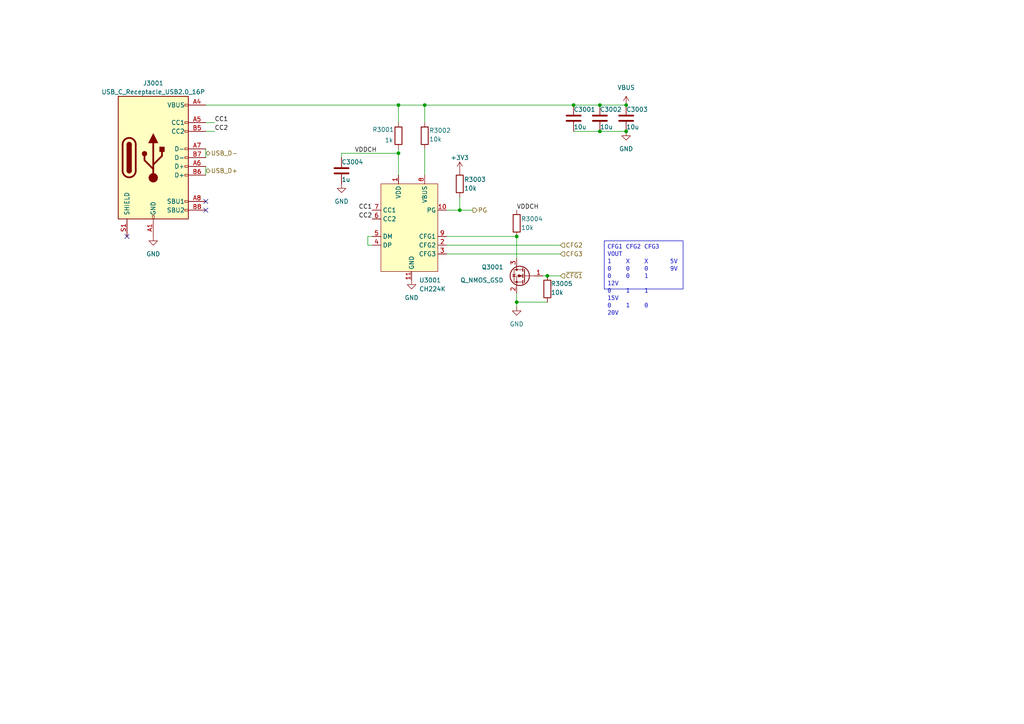
<source format=kicad_sch>
(kicad_sch (version 20231120) (generator "eeschema") (generator_version "8.0")
  (paper "A4")
  (title_block (title "USB-C + Power Delivery") (date "2024-03-01") (rev "A01") (company "Chalmers EENX16-VT24-27"))
  (lib_symbols
    (symbol "Connector:USB_C_Receptacle_USB2.0_16P" (pin_names (offset 1.016))
      (property "Reference" "J" (at 0 22.225 0))
      (property "Value" "USB_C_Receptacle_USB2.0_16P" (at 0 19.685 0))
      (symbol "USB_C_Receptacle_USB2.0_16P_0_0"
        (rectangle (start -0.254 -17.78) (end 0.254 -16.764))
        (rectangle (start 10.16 -14.986) (end 9.144 -15.494))
        (rectangle (start 10.16 -12.446) (end 9.144 -12.954))
        (rectangle (start 10.16 -4.826) (end 9.144 -5.334))
        (rectangle (start 10.16 -2.286) (end 9.144 -2.794))
        (rectangle (start 10.16 0.254) (end 9.144 -0.254))
        (rectangle (start 10.16 2.794) (end 9.144 2.286))
        (rectangle (start 10.16 7.874) (end 9.144 7.366))
        (rectangle (start 10.16 10.414) (end 9.144 9.906))
        (rectangle (start 10.16 15.494) (end 9.144 14.986))
      )
      (symbol "USB_C_Receptacle_USB2.0_16P_0_1"
        (rectangle (start -10.16 17.78) (end 10.16 -17.78) (stroke (width 0.254)) (fill (type background)))
        (arc (start -8.89 -3.81) (mid -6.985 -5.7067) (end -5.08 -3.81) (stroke (width 0.508)))
        (arc (start -7.62 -3.81) (mid -6.985 -4.4423) (end -6.35 -3.81) (stroke (width 0.254)))
        (arc (start -7.62 -3.81) (mid -6.985 -4.4423) (end -6.35 -3.81) (stroke (width 0.254)) (fill (type outline)))
        (rectangle (start -7.62 -3.81) (end -6.35 3.81) (stroke (width 0.254)) (fill (type outline)))
        (arc (start -6.35 3.81) (mid -6.985 4.4423) (end -7.62 3.81) (stroke (width 0.254)))
        (arc (start -6.35 3.81) (mid -6.985 4.4423) (end -7.62 3.81) (stroke (width 0.254)) (fill (type outline)))
        (arc (start -5.08 3.81) (mid -6.985 5.7067) (end -8.89 3.81) (stroke (width 0.508)))
        (circle (center -2.54 1.143) (radius 0.635) (stroke (width 0.254)) (fill (type outline)))
        (circle (center 0 -5.842) (radius 1.27) (fill (type outline)))
        (polyline (pts (xy -8.89 -3.81) (xy -8.89 3.81)) (stroke (width 0.508)))
        (polyline (pts (xy -5.08 3.81) (xy -5.08 -3.81)) (stroke (width 0.508)))
        (polyline (pts (xy 0 -5.842) (xy 0 4.318)) (stroke (width 0.508)))
        (polyline (pts (xy 0 -3.302) (xy -2.54 -0.762) (xy -2.54 0.508)) (stroke (width 0.508)))
        (polyline (pts (xy 0 -2.032) (xy 2.54 0.508) (xy 2.54 1.778)) (stroke (width 0.508)))
        (polyline (pts (xy -1.27 4.318) (xy 0 6.858) (xy 1.27 4.318) (xy -1.27 4.318)) (stroke (width 0.254)) (fill (type outline)))
        (rectangle (start 1.905 1.778) (end 3.175 3.048) (stroke (width 0.254)) (fill (type outline)))
      )
      (symbol "USB_C_Receptacle_USB2.0_16P_1_1"
        (pin passive line (at 0 -22.86 90) (length 5.08) (name "GND") (number "A1"))
        (pin passive line (at 0 -22.86 90) (length 5.08) hide (name "GND") (number "A12"))
        (pin passive line (at 15.24 15.24 180) (length 5.08) (name "VBUS") (number "A4"))
        (pin bidirectional line (at 15.24 10.16 180) (length 5.08) (name "CC1") (number "A5"))
        (pin bidirectional line (at 15.24 -2.54 180) (length 5.08) (name "D+") (number "A6"))
        (pin bidirectional line (at 15.24 2.54 180) (length 5.08) (name "D-") (number "A7"))
        (pin bidirectional line (at 15.24 -12.7 180) (length 5.08) (name "SBU1") (number "A8"))
        (pin passive line (at 15.24 15.24 180) (length 5.08) hide (name "VBUS") (number "A9"))
        (pin passive line (at 0 -22.86 90) (length 5.08) hide (name "GND") (number "B1"))
        (pin passive line (at 0 -22.86 90) (length 5.08) hide (name "GND") (number "B12"))
        (pin passive line (at 15.24 15.24 180) (length 5.08) hide (name "VBUS") (number "B4"))
        (pin bidirectional line (at 15.24 7.62 180) (length 5.08) (name "CC2") (number "B5"))
        (pin bidirectional line (at 15.24 -5.08 180) (length 5.08) (name "D+") (number "B6"))
        (pin bidirectional line (at 15.24 0 180) (length 5.08) (name "D-") (number "B7"))
        (pin bidirectional line (at 15.24 -15.24 180) (length 5.08) (name "SBU2") (number "B8"))
        (pin passive line (at 15.24 15.24 180) (length 5.08) hide (name "VBUS") (number "B9"))
        (pin passive line (at -7.62 -22.86 90) (length 5.08) (name "SHIELD") (number "S1"))
      )
    )
    (symbol "Device:C" (pin_numbers hide) (pin_names (offset 0.254))
      (property "Reference" "C" (at 0.635 2.54 0))
      (property "Value" "C" (at 0.635 -2.54 0))
      (symbol "C_0_1"
        (polyline (pts (xy -2.032 -0.762) (xy 2.032 -0.762)) (stroke (width 0.508)))
        (polyline (pts (xy -2.032 0.762) (xy 2.032 0.762)) (stroke (width 0.508)))
      )
      (symbol "C_1_1"
        (pin passive line (at 0 3.81 270) (length 2.794) (name "~") (number "1"))
        (pin passive line (at 0 -3.81 90) (length 2.794) (name "~") (number "2"))
      )
    )
    (symbol "Device:Q_NMOS_GSD" (pin_names (offset 0) hide)
      (property "Reference" "Q" (at 5.08 1.27 0))
      (property "Value" "Q_NMOS_GSD" (at 5.08 -1.27 0))
      (symbol "Q_NMOS_GSD_0_1"
        (polyline (pts (xy 0.254 0) (xy -2.54 0)))
        (polyline (pts (xy 0.254 1.905) (xy 0.254 -1.905)) (stroke (width 0.254)))
        (polyline (pts (xy 0.762 -1.27) (xy 0.762 -2.286)) (stroke (width 0.254)))
        (polyline (pts (xy 0.762 0.508) (xy 0.762 -0.508)) (stroke (width 0.254)))
        (polyline (pts (xy 0.762 2.286) (xy 0.762 1.27)) (stroke (width 0.254)))
        (polyline (pts (xy 2.54 2.54) (xy 2.54 1.778)))
        (polyline (pts (xy 2.54 -2.54) (xy 2.54 0) (xy 0.762 0)))
        (polyline (pts (xy 0.762 -1.778) (xy 3.302 -1.778) (xy 3.302 1.778) (xy 0.762 1.778)))
        (polyline (pts (xy 1.016 0) (xy 2.032 0.381) (xy 2.032 -0.381) (xy 1.016 0)) (fill (type outline)))
        (polyline (pts (xy 2.794 0.508) (xy 2.921 0.381) (xy 3.683 0.381) (xy 3.81 0.254)))
        (polyline (pts (xy 3.302 0.381) (xy 2.921 -0.254) (xy 3.683 -0.254) (xy 3.302 0.381)))
        (circle (center 1.651 0) (radius 2.794) (stroke (width 0.254)))
        (circle (center 2.54 -1.778) (radius 0.254) (fill (type outline)))
        (circle (center 2.54 1.778) (radius 0.254) (fill (type outline)))
      )
      (symbol "Q_NMOS_GSD_1_1"
        (pin input line (at -5.08 0 0) (length 2.54) (name "G") (number "1"))
        (pin passive line (at 2.54 -5.08 90) (length 2.54) (name "S") (number "2"))
        (pin passive line (at 2.54 5.08 270) (length 2.54) (name "D") (number "3"))
      )
    )
    (symbol "Device:R" (pin_numbers hide) (pin_names (offset 0))
      (property "Reference" "R" (at 2.032 0 90))
      (property "Value" "R" (at 0 0 90))
      (symbol "R_0_1"
        (rectangle (start -1.016 -2.54) (end 1.016 2.54) (stroke (width 0.254)))
      )
      (symbol "R_1_1"
        (pin passive line (at 0 3.81 270) (length 1.27) (name "~") (number "1"))
        (pin passive line (at 0 -3.81 90) (length 1.27) (name "~") (number "2"))
      )
    )
    (symbol "WCH:CH224K"
      (property "Reference" "U" (at 0 0 0))
      (property "Value" "CH224K" (at 0 0 0))
      (symbol "CH224K_0_0"
        (pin unspecified line (at -3.81 15.24 270) (length 2.54) (name "VDD") (number "1"))
        (pin unspecified line (at 10.16 5.08 180) (length 2.54) (name "PG") (number "10"))
        (pin unspecified line (at 0 -15.24 90) (length 2.54) (name "GND") (number "11"))
        (pin unspecified line (at 10.16 -5.08 180) (length 2.54) (name "CFG2") (number "2"))
        (pin unspecified line (at 10.16 -7.62 180) (length 2.54) (name "CFG3") (number "3"))
        (pin unspecified line (at -11.43 -5.08 0) (length 2.54) (name "DP") (number "4"))
        (pin unspecified line (at -11.43 -2.54 0) (length 2.54) (name "DM") (number "5"))
        (pin unspecified line (at -11.43 2.54 0) (length 2.54) (name "CC2") (number "6"))
        (pin unspecified line (at -11.43 5.08 0) (length 2.54) (name "CC1") (number "7"))
        (pin unspecified line (at 3.81 15.24 270) (length 2.54) (name "VBUS") (number "8"))
        (pin unspecified line (at 10.16 -2.54 180) (length 2.54) (name "CFG1") (number "9"))
      )
      (symbol "CH224K_1_1"
        (rectangle (start -8.89 12.7) (end 7.62 -12.7) (fill (type background)))
      )
    )
    (symbol "power:+3V3" (power) (pin_names (offset 0))
      (property "Value" "+3V3" (at 0 3.556 0))
      (symbol "+3V3_0_1"
        (polyline (pts (xy -0.762 1.27) (xy 0 2.54)))
        (polyline (pts (xy 0 0) (xy 0 2.54)))
        (polyline (pts (xy 0 2.54) (xy 0.762 1.27)))
      )
      (symbol "+3V3_1_1"
        (pin power_in line (at 0 0 90) (length 0) hide (name "+3V3") (number "1"))
      )
    )
    (symbol "power:GND" (power) (pin_names (offset 0))
      (property "Value" "GND" (at 0 -3.81 0))
      (symbol "GND_0_1"
        (polyline (pts (xy 0 0) (xy 0 -1.27) (xy 1.27 -1.27) (xy 0 -2.54) (xy -1.27 -1.27) (xy 0 -1.27)))
      )
      (symbol "GND_1_1"
        (pin power_in line (at 0 0 270) (length 0) hide (name "GND") (number "1"))
      )
    )
    (symbol "power:VBUS" (power) (pin_numbers hide) (pin_names (offset 0) hide)
      (property "Value" "VBUS" (at 0 3.556 0))
      (symbol "VBUS_0_1"
        (polyline (pts (xy -0.762 1.27) (xy 0 2.54)))
        (polyline (pts (xy 0 0) (xy 0 2.54)))
        (polyline (pts (xy 0 2.54) (xy 0.762 1.27)))
      )
      (symbol "VBUS_1_1"
        (pin power_in line (at 0 0 90) (length 0) (name "~") (number "1"))
      )
    )
  )
  (junction (at 133.35 60.96))
  (junction (at 149.86 87.63))
  (junction (at 115.57 44.45))
  (junction (at 115.57 30.48))
  (junction (at 181.61 30.48))
  (junction (at 158.75 80.01))
  (junction (at 173.99 38.1))
  (junction (at 149.86 68.58))
  (junction (at 123.19 30.48))
  (junction (at 166.37 30.48))
  (junction (at 181.61 38.1))
  (junction (at 173.99 30.48))
  (no_connect (at 36.83 68.58))
  (no_connect (at 59.69 58.42))
  (no_connect (at 59.69 60.96))
  (wire (pts (xy 106.68 68.58) (xy 107.95 68.58)))
  (wire (pts (xy 59.69 43.18) (xy 59.69 45.72)))
  (wire (pts (xy 123.19 30.48) (xy 166.37 30.48)))
  (wire (pts (xy 129.54 68.58) (xy 149.86 68.58)))
  (wire (pts (xy 173.99 38.1) (xy 181.61 38.1)))
  (wire (pts (xy 107.95 71.12) (xy 106.68 71.12)))
  (wire (pts (xy 149.86 87.63) (xy 158.75 87.63)))
  (wire (pts (xy 149.86 68.58) (xy 149.86 74.93)))
  (wire (pts (xy 173.99 38.1) (xy 166.37 38.1)))
  (wire (pts (xy 59.69 30.48) (xy 115.57 30.48)))
  (wire (pts (xy 158.75 80.01) (xy 162.56 80.01)))
  (wire (pts (xy 149.86 88.9) (xy 149.86 87.63)))
  (wire (pts (xy 59.69 48.26) (xy 59.69 50.8)))
  (wire (pts (xy 173.99 30.48) (xy 181.61 30.48)))
  (wire (pts (xy 99.06 44.45) (xy 99.06 45.72)))
  (wire (pts (xy 129.54 71.12) (xy 162.56 71.12)))
  (wire (pts (xy 115.57 30.48) (xy 115.57 35.56)))
  (wire (pts (xy 115.57 43.18) (xy 115.57 44.45)))
  (wire (pts (xy 99.06 44.45) (xy 115.57 44.45)))
  (wire (pts (xy 115.57 30.48) (xy 123.19 30.48)))
  (wire (pts (xy 133.35 57.15) (xy 133.35 60.96)))
  (wire (pts (xy 106.68 71.12) (xy 106.68 68.58)))
  (wire (pts (xy 62.23 38.1) (xy 59.69 38.1)))
  (wire (pts (xy 157.48 80.01) (xy 158.75 80.01)))
  (wire (pts (xy 62.23 35.56) (xy 59.69 35.56)))
  (wire (pts (xy 129.54 73.66) (xy 162.56 73.66)))
  (wire (pts (xy 133.35 60.96) (xy 137.16 60.96)))
  (wire (pts (xy 115.57 44.45) (xy 115.57 50.8)))
  (wire (pts (xy 129.54 60.96) (xy 133.35 60.96)))
  (wire (pts (xy 123.19 35.56) (xy 123.19 30.48)))
  (wire (pts (xy 149.86 87.63) (xy 149.86 85.09)))
  (wire (pts (xy 123.19 43.18) (xy 123.19 50.8)))
  (wire (pts (xy 166.37 30.48) (xy 173.99 30.48)))
  (text_box "CFG1 CFG2 CFG3   VOUT\n1    X    X      5V\n0    0    0      9V\n0    0    1      12V\n0    1    1      15V\n0    1    0      20V" (at 175.26 69.85 0) (size 22.86 13.97) (effects (font (size 1.27 1.27)) (justify left top)))
  (label "VDDCH" (at 102.87 44.45 0))
  (label "CC1" (at 62.23 35.56 0))
  (label "CC2" (at 107.95 63.5 180))
  (label "CC2" (at 62.23 38.1 0))
  (label "VDDCH" (at 149.86 60.96 0))
  (label "CC1" (at 107.95 60.96 180))
  (hierarchical_label "PG" (shape output) (at 137.16 60.96 0))
  (hierarchical_label "USB_D+" (shape bidirectional) (at 59.69 49.53 0))
  (hierarchical_label "CFG3" (shape input) (at 162.56 73.66 0))
  (hierarchical_label "USB_D-" (shape bidirectional) (at 59.69 44.45 0))
  (hierarchical_label "CFG2" (shape input) (at 162.56 71.12 0))
  (hierarchical_label "~{CFG1}" (shape input) (at 162.56 80.01 0))
  (symbol (lib_id "power:+3V3") (at 133.35 49.53 0) (unit 1)
    (property "Reference" "#PWR03003" (effects (hide yes)))
    (property "Value" "+3V3" (at 133.35 45.72 0))
  )
  (symbol (lib_id "Device:Q_NMOS_GSD") (at 152.4 80.01 0) (mirror y) (unit 1)
    (property "Reference" "Q3001" (at 146.05 77.47 0) (effects (justify left)))
    (property "Value" "Q_NMOS_GSD" (at 146.05 81.28 0) (effects (justify left)))
    (property "Footprint" "Package_TO_SOT_SMD:SOT-23-3" (effects (hide yes)))
    (property "Datasheet" "ETA-NMOS" (effects (hide yes)))
    (property "ETA" "ETA" (effects (hide yes)))
  )
  (symbol (lib_id "Connector:USB_C_Receptacle_USB2.0_16P") (at 44.45 45.72 0) (unit 1)
    (property "Reference" "J3001" (at 44.45 24.13 0))
    (property "Value" "USB_C_Receptacle_USB2.0_16P" (at 44.45 26.67 0))
    (property "Footprint" "Connector_USB:USB_C_Receptacle_GCT_USB4105-xx-A_16P_TopMnt_Horizontal" (effects (hide yes)))
    (property "Datasheet" "https://www.mouser.se/datasheet/2/837/Global_Connector_Technology_usb4105-3106202.pdf" (effects (hide yes)))
    (property "Description" "USB 2.0-only 16P Type-C Receptacle connector" (effects (hide yes)))
    (property "Footprint checked" "YES" (effects (hide yes)))
    (property "mouser" "640-USB4105-GF-A-060" (effects (hide yes)))
  )
  (symbol (lib_id "power:VBUS") (at 181.61 30.48 0) (unit 1)
    (property "Reference" "#PWR03001" (effects (hide yes)))
    (property "Value" "VBUS" (at 181.61 25.4 0))
    (property "Description" "Power symbol creates a global label with name \"VBUS\"" (effects (hide yes)))
  )
  (symbol (lib_id "WCH:CH224K") (at 119.38 66.04 0) (unit 1)
    (property "Reference" "U3001" (at 121.5741 81.28 0) (effects (justify left)))
    (property "Value" "CH224K" (at 121.5741 83.82 0) (effects (justify left)))
    (property "Footprint" "WCH:ESSOP10" (effects (hide yes)))
    (property "Datasheet" "https://www.laskakit.cz/user/related_files/ch224ds1.pdf" (effects (hide yes)))
    (property "ETA" "ETA" (effects (hide yes)))
  )
  (symbol (lib_id "Device:R") (at 123.19 39.37 0) (unit 1)
    (property "Reference" "R3002" (at 124.46 37.846 0) (effects (justify left)))
    (property "Value" "10k" (at 124.46 40.386 0) (effects (justify left)))
    (property "Footprint" "Resistor_SMD:R_0402_1005Metric" (effects (hide yes)))
    (property "Datasheet" "https://www.vishay.com/doc?28773" (effects (hide yes)))
    (property "mouser" "71-CRCW040210K0JNEDC" (effects (hide yes)))
  )
  (symbol (lib_id "Device:R") (at 158.75 83.82 0) (unit 1)
    (property "Reference" "R3005" (at 159.766 82.296 0) (effects (justify left)))
    (property "Value" "10k" (at 159.766 84.836 0) (effects (justify left)))
    (property "Footprint" "Resistor_SMD:R_0402_1005Metric" (effects (hide yes)))
    (property "Datasheet" "https://www.vishay.com/doc?28773" (effects (hide yes)))
    (property "mouser" "71-CRCW040210K0JNEDC" (effects (hide yes)))
  )
  (symbol (lib_id "Device:R") (at 133.35 53.34 0) (unit 1)
    (property "Reference" "R3003" (at 134.62 52.07 0) (effects (justify left)))
    (property "Value" "10k" (at 134.62 54.61 0) (effects (justify left)))
    (property "Footprint" "Resistor_SMD:R_0402_1005Metric" (effects (hide yes)))
    (property "Datasheet" "https://www.vishay.com/doc?28773" (effects (hide yes)))
    (property "mouser" "71-CRCW040210K0JNEDC" (effects (hide yes)))
  )
  (symbol (lib_id "Device:R") (at 149.86 64.77 0) (unit 1)
    (property "Reference" "R3004" (at 151.13 63.5 0) (effects (justify left)))
    (property "Value" "10k" (at 151.13 66.04 0) (effects (justify left)))
    (property "Footprint" "Resistor_SMD:R_0402_1005Metric" (effects (hide yes)))
    (property "Datasheet" "https://www.vishay.com/doc?28773" (effects (hide yes)))
    (property "mouser" "71-CRCW040210K0JNEDC" (effects (hide yes)))
  )
  (symbol (lib_id "Device:C") (at 181.61 34.29 0) (unit 1)
    (property "Reference" "C3003" (at 181.61 31.75 0) (effects (justify left)))
    (property "Value" "10u" (at 181.61 36.83 0) (effects (justify left)))
    (property "Footprint" "Capacitor_SMD:C_0805_2012Metric" (effects (hide yes)))
    (property "Datasheet" "https://www.mouser.se/datasheet/2/281/1/GRM21BR61H106KE43_01A-1986884.pdf" (effects (hide yes)))
    (property "mouser" "81-GRM21BR61H106KE3L" (effects (hide yes)))
  )
  (symbol (lib_id "power:GND") (at 99.06 53.34 0) (unit 1)
    (property "Reference" "#PWR03004" (effects (hide yes)))
    (property "Value" "GND" (at 99.06 58.42 0))
  )
  (symbol (lib_id "Device:R") (at 115.57 39.37 0) (unit 1)
    (property "Reference" "R3001" (at 114.3 37.592 0) (effects (justify right)))
    (property "Value" "1k" (at 114.046 40.64 0) (effects (justify right)))
    (property "Footprint" "Resistor_SMD:R_0402_1005Metric" (effects (hide yes)))
    (property "Datasheet" "https://www.vishay.com/doc?20035" (effects (hide yes)))
    (property "mouser" "71-CRCW04021K00FKEE" (effects (hide yes)))
  )
  (symbol (lib_id "power:GND") (at 44.45 68.58 0) (unit 1)
    (property "Reference" "#PWR03005" (effects (hide yes)))
    (property "Value" "GND" (at 44.45 73.66 0))
  )
  (symbol (lib_id "Device:C") (at 99.06 49.53 0) (unit 1)
    (property "Reference" "C3004" (at 99.06 46.99 0) (effects (justify left)))
    (property "Value" "1u" (at 99.06 52.07 0) (effects (justify left)))
    (property "Footprint" "Capacitor_SMD:C_0402_1005Metric" (effects (hide yes)))
    (property "Datasheet" "https://www.mouser.se/datasheet/2/281/1/GRM155R61H105KE05_01A-1983895.pdf" (effects (hide yes)))
    (property "mouser" "81-GRM155R61H105KE5J" (effects (hide yes)))
  )
  (symbol (lib_id "Device:C") (at 166.37 34.29 0) (unit 1)
    (property "Reference" "C3001" (at 166.37 31.75 0) (effects (justify left)))
    (property "Value" "10u" (at 166.37 36.83 0) (effects (justify left)))
    (property "Footprint" "Capacitor_SMD:C_0805_2012Metric" (effects (hide yes)))
    (property "Datasheet" "https://www.mouser.se/datasheet/2/281/1/GRM21BR61H106KE43_01A-1986884.pdf" (effects (hide yes)))
    (property "mouser" "81-GRM21BR61H106KE3L" (effects (hide yes)))
  )
  (symbol (lib_id "Device:C") (at 173.99 34.29 0) (unit 1)
    (property "Reference" "C3002" (at 173.99 31.75 0) (effects (justify left)))
    (property "Value" "10u" (at 173.99 36.83 0) (effects (justify left)))
    (property "Footprint" "Capacitor_SMD:C_0805_2012Metric" (effects (hide yes)))
    (property "Datasheet" "https://www.mouser.se/datasheet/2/281/1/GRM21BR61H106KE43_01A-1986884.pdf" (effects (hide yes)))
    (property "mouser" "81-GRM21BR61H106KE3L" (effects (hide yes)))
  )
  (symbol (lib_id "power:GND") (at 149.86 88.9 0) (mirror y) (unit 1)
    (property "Reference" "#PWR03007" (effects (hide yes)))
    (property "Value" "GND" (at 149.86 93.98 0))
  )
  (symbol (lib_id "power:GND") (at 119.38 81.28 0) (unit 1)
    (property "Reference" "#PWR03006" (effects (hide yes)))
    (property "Value" "GND" (at 119.38 86.36 0))
  )
  (symbol (lib_id "power:GND") (at 181.61 38.1 0) (unit 1)
    (property "Reference" "#PWR03002" (effects (hide yes)))
    (property "Value" "GND" (at 181.61 43.18 0))
  )
)
</source>
